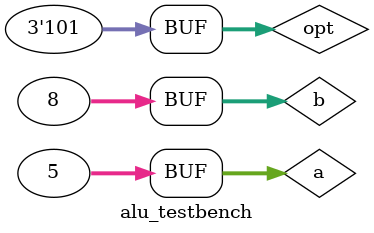
<source format=v>
`define DELAY 20
module alu_testbench();

reg [31:0] a, b;
reg [2:0] opt;
wire [31:0] out;

alu alu_test(a [31:0],b [31:0],opt,out[31:0]);

initial begin
// add test
a = 32'd2;
b = 32'd6;
opt = 3'b000;

#`DELAY;
// sub test
a = 32'd15;
b = 32'd3;
opt = 3'b010;

#`DELAY;
// and test
a = 32'b00000000_00000000_00000000_10101010;
b = 32'b00000000_00000000_11111111_11111111;
opt = 3'b110;


#`DELAY;
// or test
a = 32'b00000000_00000000_00000000_10101010;
b = 32'b00000000_00000000_11111111_11111111;
opt = 3'b111;


#`DELAY;
// xor test
a = 32'b00000000_00000000_00000000_10101010;
b = 32'b00000000_00000000_11111111_11111111;
opt = 3'b001;


#`DELAY;
// mult test
a = 32'd5;
b = 32'd8;
opt = 3'b011;
#`DELAY;


#`DELAY;
// slt test
a = 32'd5;
b = 32'd8;
opt = 3'b100;
#`DELAY;



#`DELAY;
// nor test
a = 32'd5;
b = 32'd8;
opt = 3'b101;
#`DELAY;

end
initial
begin
$monitor("time = %d, a =%32b, b=%32b, sel=%3b, out=%32b", $time, a, b, opt, out);
end


endmodule
</source>
